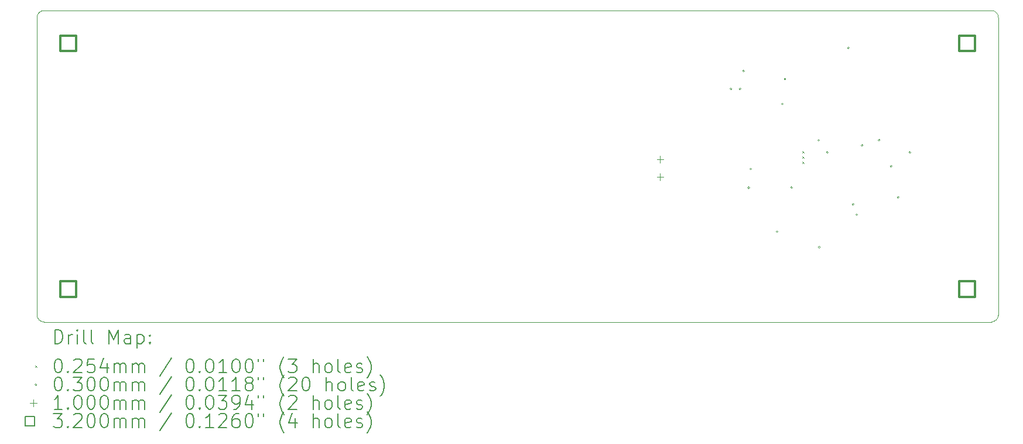
<source format=gbr>
%TF.GenerationSoftware,KiCad,Pcbnew,9.0.3*%
%TF.CreationDate,2025-08-26T18:22:23-07:00*%
%TF.ProjectId,newbatt,6e657762-6174-4742-9e6b-696361645f70,3*%
%TF.SameCoordinates,Original*%
%TF.FileFunction,Drillmap*%
%TF.FilePolarity,Positive*%
%FSLAX45Y45*%
G04 Gerber Fmt 4.5, Leading zero omitted, Abs format (unit mm)*
G04 Created by KiCad (PCBNEW 9.0.3) date 2025-08-26 18:22:23*
%MOMM*%
%LPD*%
G01*
G04 APERTURE LIST*
%ADD10C,0.050000*%
%ADD11C,0.200000*%
%ADD12C,0.100000*%
%ADD13C,0.320000*%
G04 APERTURE END LIST*
D10*
X15400000Y-5900000D02*
G75*
G02*
X15300000Y-6000000I-100000J0D01*
G01*
X1500000Y-1600000D02*
G75*
G02*
X1600000Y-1500000I100000J0D01*
G01*
X1500000Y-1600000D02*
X1500000Y-5900000D01*
X15400000Y-5900000D02*
X15400000Y-1600000D01*
X1600000Y-1500000D02*
X15300000Y-1500000D01*
X1600000Y-6000000D02*
G75*
G02*
X1500000Y-5900000I0J100000D01*
G01*
X1600000Y-6000000D02*
X15300000Y-6000000D01*
X15300000Y-1500000D02*
G75*
G02*
X15400000Y-1600000I0J-100000D01*
G01*
D11*
D12*
X12562300Y-3529820D02*
X12587700Y-3555220D01*
X12587700Y-3529820D02*
X12562300Y-3555220D01*
X12562300Y-3608560D02*
X12587700Y-3633960D01*
X12587700Y-3608560D02*
X12562300Y-3633960D01*
X12562300Y-3687300D02*
X12587700Y-3712700D01*
X12587700Y-3687300D02*
X12562300Y-3712700D01*
X11550000Y-2632500D02*
G75*
G02*
X11520000Y-2632500I-15000J0D01*
G01*
X11520000Y-2632500D02*
G75*
G02*
X11550000Y-2632500I15000J0D01*
G01*
X11680000Y-2632500D02*
G75*
G02*
X11650000Y-2632500I-15000J0D01*
G01*
X11650000Y-2632500D02*
G75*
G02*
X11680000Y-2632500I15000J0D01*
G01*
X11730000Y-2375000D02*
G75*
G02*
X11700000Y-2375000I-15000J0D01*
G01*
X11700000Y-2375000D02*
G75*
G02*
X11730000Y-2375000I15000J0D01*
G01*
X11805000Y-4060000D02*
G75*
G02*
X11775000Y-4060000I-15000J0D01*
G01*
X11775000Y-4060000D02*
G75*
G02*
X11805000Y-4060000I15000J0D01*
G01*
X11835000Y-3790000D02*
G75*
G02*
X11805000Y-3790000I-15000J0D01*
G01*
X11805000Y-3790000D02*
G75*
G02*
X11835000Y-3790000I15000J0D01*
G01*
X12215000Y-4695000D02*
G75*
G02*
X12185000Y-4695000I-15000J0D01*
G01*
X12185000Y-4695000D02*
G75*
G02*
X12215000Y-4695000I15000J0D01*
G01*
X12290000Y-2850000D02*
G75*
G02*
X12260000Y-2850000I-15000J0D01*
G01*
X12260000Y-2850000D02*
G75*
G02*
X12290000Y-2850000I15000J0D01*
G01*
X12330000Y-2490000D02*
G75*
G02*
X12300000Y-2490000I-15000J0D01*
G01*
X12300000Y-2490000D02*
G75*
G02*
X12330000Y-2490000I15000J0D01*
G01*
X12425000Y-4060000D02*
G75*
G02*
X12395000Y-4060000I-15000J0D01*
G01*
X12395000Y-4060000D02*
G75*
G02*
X12425000Y-4060000I15000J0D01*
G01*
X12815000Y-3375000D02*
G75*
G02*
X12785000Y-3375000I-15000J0D01*
G01*
X12785000Y-3375000D02*
G75*
G02*
X12815000Y-3375000I15000J0D01*
G01*
X12825000Y-4920000D02*
G75*
G02*
X12795000Y-4920000I-15000J0D01*
G01*
X12795000Y-4920000D02*
G75*
G02*
X12825000Y-4920000I15000J0D01*
G01*
X12940000Y-3550000D02*
G75*
G02*
X12910000Y-3550000I-15000J0D01*
G01*
X12910000Y-3550000D02*
G75*
G02*
X12940000Y-3550000I15000J0D01*
G01*
X13245000Y-2040000D02*
G75*
G02*
X13215000Y-2040000I-15000J0D01*
G01*
X13215000Y-2040000D02*
G75*
G02*
X13245000Y-2040000I15000J0D01*
G01*
X13315000Y-4300000D02*
G75*
G02*
X13285000Y-4300000I-15000J0D01*
G01*
X13285000Y-4300000D02*
G75*
G02*
X13315000Y-4300000I15000J0D01*
G01*
X13365000Y-4450000D02*
G75*
G02*
X13335000Y-4450000I-15000J0D01*
G01*
X13335000Y-4450000D02*
G75*
G02*
X13365000Y-4450000I15000J0D01*
G01*
X13445000Y-3450000D02*
G75*
G02*
X13415000Y-3450000I-15000J0D01*
G01*
X13415000Y-3450000D02*
G75*
G02*
X13445000Y-3450000I15000J0D01*
G01*
X13690000Y-3375000D02*
G75*
G02*
X13660000Y-3375000I-15000J0D01*
G01*
X13660000Y-3375000D02*
G75*
G02*
X13690000Y-3375000I15000J0D01*
G01*
X13865000Y-3750000D02*
G75*
G02*
X13835000Y-3750000I-15000J0D01*
G01*
X13835000Y-3750000D02*
G75*
G02*
X13865000Y-3750000I15000J0D01*
G01*
X13965000Y-4200000D02*
G75*
G02*
X13935000Y-4200000I-15000J0D01*
G01*
X13935000Y-4200000D02*
G75*
G02*
X13965000Y-4200000I15000J0D01*
G01*
X14135000Y-3550000D02*
G75*
G02*
X14105000Y-3550000I-15000J0D01*
G01*
X14105000Y-3550000D02*
G75*
G02*
X14135000Y-3550000I15000J0D01*
G01*
X10510000Y-3603500D02*
X10510000Y-3703500D01*
X10460000Y-3653500D02*
X10560000Y-3653500D01*
X10510000Y-3857500D02*
X10510000Y-3957500D01*
X10460000Y-3907500D02*
X10560000Y-3907500D01*
D13*
X2063138Y-2088138D02*
X2063138Y-1861862D01*
X1836862Y-1861862D01*
X1836862Y-2088138D01*
X2063138Y-2088138D01*
X2063138Y-5638138D02*
X2063138Y-5411862D01*
X1836862Y-5411862D01*
X1836862Y-5638138D01*
X2063138Y-5638138D01*
X15063138Y-2088138D02*
X15063138Y-1861862D01*
X14836862Y-1861862D01*
X14836862Y-2088138D01*
X15063138Y-2088138D01*
X15063138Y-5638138D02*
X15063138Y-5411862D01*
X14836862Y-5411862D01*
X14836862Y-5638138D01*
X15063138Y-5638138D01*
D11*
X1758277Y-6313984D02*
X1758277Y-6113984D01*
X1758277Y-6113984D02*
X1805896Y-6113984D01*
X1805896Y-6113984D02*
X1834467Y-6123508D01*
X1834467Y-6123508D02*
X1853515Y-6142555D01*
X1853515Y-6142555D02*
X1863039Y-6161603D01*
X1863039Y-6161603D02*
X1872562Y-6199698D01*
X1872562Y-6199698D02*
X1872562Y-6228269D01*
X1872562Y-6228269D02*
X1863039Y-6266365D01*
X1863039Y-6266365D02*
X1853515Y-6285412D01*
X1853515Y-6285412D02*
X1834467Y-6304460D01*
X1834467Y-6304460D02*
X1805896Y-6313984D01*
X1805896Y-6313984D02*
X1758277Y-6313984D01*
X1958277Y-6313984D02*
X1958277Y-6180650D01*
X1958277Y-6218746D02*
X1967801Y-6199698D01*
X1967801Y-6199698D02*
X1977324Y-6190174D01*
X1977324Y-6190174D02*
X1996372Y-6180650D01*
X1996372Y-6180650D02*
X2015420Y-6180650D01*
X2082086Y-6313984D02*
X2082086Y-6180650D01*
X2082086Y-6113984D02*
X2072562Y-6123508D01*
X2072562Y-6123508D02*
X2082086Y-6133031D01*
X2082086Y-6133031D02*
X2091610Y-6123508D01*
X2091610Y-6123508D02*
X2082086Y-6113984D01*
X2082086Y-6113984D02*
X2082086Y-6133031D01*
X2205896Y-6313984D02*
X2186848Y-6304460D01*
X2186848Y-6304460D02*
X2177324Y-6285412D01*
X2177324Y-6285412D02*
X2177324Y-6113984D01*
X2310658Y-6313984D02*
X2291610Y-6304460D01*
X2291610Y-6304460D02*
X2282086Y-6285412D01*
X2282086Y-6285412D02*
X2282086Y-6113984D01*
X2539229Y-6313984D02*
X2539229Y-6113984D01*
X2539229Y-6113984D02*
X2605896Y-6256841D01*
X2605896Y-6256841D02*
X2672563Y-6113984D01*
X2672563Y-6113984D02*
X2672563Y-6313984D01*
X2853515Y-6313984D02*
X2853515Y-6209222D01*
X2853515Y-6209222D02*
X2843991Y-6190174D01*
X2843991Y-6190174D02*
X2824943Y-6180650D01*
X2824943Y-6180650D02*
X2786848Y-6180650D01*
X2786848Y-6180650D02*
X2767801Y-6190174D01*
X2853515Y-6304460D02*
X2834467Y-6313984D01*
X2834467Y-6313984D02*
X2786848Y-6313984D01*
X2786848Y-6313984D02*
X2767801Y-6304460D01*
X2767801Y-6304460D02*
X2758277Y-6285412D01*
X2758277Y-6285412D02*
X2758277Y-6266365D01*
X2758277Y-6266365D02*
X2767801Y-6247317D01*
X2767801Y-6247317D02*
X2786848Y-6237793D01*
X2786848Y-6237793D02*
X2834467Y-6237793D01*
X2834467Y-6237793D02*
X2853515Y-6228269D01*
X2948753Y-6180650D02*
X2948753Y-6380650D01*
X2948753Y-6190174D02*
X2967801Y-6180650D01*
X2967801Y-6180650D02*
X3005896Y-6180650D01*
X3005896Y-6180650D02*
X3024943Y-6190174D01*
X3024943Y-6190174D02*
X3034467Y-6199698D01*
X3034467Y-6199698D02*
X3043991Y-6218746D01*
X3043991Y-6218746D02*
X3043991Y-6275888D01*
X3043991Y-6275888D02*
X3034467Y-6294936D01*
X3034467Y-6294936D02*
X3024943Y-6304460D01*
X3024943Y-6304460D02*
X3005896Y-6313984D01*
X3005896Y-6313984D02*
X2967801Y-6313984D01*
X2967801Y-6313984D02*
X2948753Y-6304460D01*
X3129705Y-6294936D02*
X3139229Y-6304460D01*
X3139229Y-6304460D02*
X3129705Y-6313984D01*
X3129705Y-6313984D02*
X3120182Y-6304460D01*
X3120182Y-6304460D02*
X3129705Y-6294936D01*
X3129705Y-6294936D02*
X3129705Y-6313984D01*
X3129705Y-6190174D02*
X3139229Y-6199698D01*
X3139229Y-6199698D02*
X3129705Y-6209222D01*
X3129705Y-6209222D02*
X3120182Y-6199698D01*
X3120182Y-6199698D02*
X3129705Y-6190174D01*
X3129705Y-6190174D02*
X3129705Y-6209222D01*
D12*
X1472100Y-6629800D02*
X1497500Y-6655200D01*
X1497500Y-6629800D02*
X1472100Y-6655200D01*
D11*
X1796372Y-6533984D02*
X1815420Y-6533984D01*
X1815420Y-6533984D02*
X1834467Y-6543508D01*
X1834467Y-6543508D02*
X1843991Y-6553031D01*
X1843991Y-6553031D02*
X1853515Y-6572079D01*
X1853515Y-6572079D02*
X1863039Y-6610174D01*
X1863039Y-6610174D02*
X1863039Y-6657793D01*
X1863039Y-6657793D02*
X1853515Y-6695888D01*
X1853515Y-6695888D02*
X1843991Y-6714936D01*
X1843991Y-6714936D02*
X1834467Y-6724460D01*
X1834467Y-6724460D02*
X1815420Y-6733984D01*
X1815420Y-6733984D02*
X1796372Y-6733984D01*
X1796372Y-6733984D02*
X1777324Y-6724460D01*
X1777324Y-6724460D02*
X1767801Y-6714936D01*
X1767801Y-6714936D02*
X1758277Y-6695888D01*
X1758277Y-6695888D02*
X1748753Y-6657793D01*
X1748753Y-6657793D02*
X1748753Y-6610174D01*
X1748753Y-6610174D02*
X1758277Y-6572079D01*
X1758277Y-6572079D02*
X1767801Y-6553031D01*
X1767801Y-6553031D02*
X1777324Y-6543508D01*
X1777324Y-6543508D02*
X1796372Y-6533984D01*
X1948753Y-6714936D02*
X1958277Y-6724460D01*
X1958277Y-6724460D02*
X1948753Y-6733984D01*
X1948753Y-6733984D02*
X1939229Y-6724460D01*
X1939229Y-6724460D02*
X1948753Y-6714936D01*
X1948753Y-6714936D02*
X1948753Y-6733984D01*
X2034467Y-6553031D02*
X2043991Y-6543508D01*
X2043991Y-6543508D02*
X2063039Y-6533984D01*
X2063039Y-6533984D02*
X2110658Y-6533984D01*
X2110658Y-6533984D02*
X2129705Y-6543508D01*
X2129705Y-6543508D02*
X2139229Y-6553031D01*
X2139229Y-6553031D02*
X2148753Y-6572079D01*
X2148753Y-6572079D02*
X2148753Y-6591127D01*
X2148753Y-6591127D02*
X2139229Y-6619698D01*
X2139229Y-6619698D02*
X2024943Y-6733984D01*
X2024943Y-6733984D02*
X2148753Y-6733984D01*
X2329705Y-6533984D02*
X2234467Y-6533984D01*
X2234467Y-6533984D02*
X2224944Y-6629222D01*
X2224944Y-6629222D02*
X2234467Y-6619698D01*
X2234467Y-6619698D02*
X2253515Y-6610174D01*
X2253515Y-6610174D02*
X2301134Y-6610174D01*
X2301134Y-6610174D02*
X2320182Y-6619698D01*
X2320182Y-6619698D02*
X2329705Y-6629222D01*
X2329705Y-6629222D02*
X2339229Y-6648269D01*
X2339229Y-6648269D02*
X2339229Y-6695888D01*
X2339229Y-6695888D02*
X2329705Y-6714936D01*
X2329705Y-6714936D02*
X2320182Y-6724460D01*
X2320182Y-6724460D02*
X2301134Y-6733984D01*
X2301134Y-6733984D02*
X2253515Y-6733984D01*
X2253515Y-6733984D02*
X2234467Y-6724460D01*
X2234467Y-6724460D02*
X2224944Y-6714936D01*
X2510658Y-6600650D02*
X2510658Y-6733984D01*
X2463039Y-6524460D02*
X2415420Y-6667317D01*
X2415420Y-6667317D02*
X2539229Y-6667317D01*
X2615420Y-6733984D02*
X2615420Y-6600650D01*
X2615420Y-6619698D02*
X2624944Y-6610174D01*
X2624944Y-6610174D02*
X2643991Y-6600650D01*
X2643991Y-6600650D02*
X2672563Y-6600650D01*
X2672563Y-6600650D02*
X2691610Y-6610174D01*
X2691610Y-6610174D02*
X2701134Y-6629222D01*
X2701134Y-6629222D02*
X2701134Y-6733984D01*
X2701134Y-6629222D02*
X2710658Y-6610174D01*
X2710658Y-6610174D02*
X2729705Y-6600650D01*
X2729705Y-6600650D02*
X2758277Y-6600650D01*
X2758277Y-6600650D02*
X2777325Y-6610174D01*
X2777325Y-6610174D02*
X2786848Y-6629222D01*
X2786848Y-6629222D02*
X2786848Y-6733984D01*
X2882086Y-6733984D02*
X2882086Y-6600650D01*
X2882086Y-6619698D02*
X2891610Y-6610174D01*
X2891610Y-6610174D02*
X2910658Y-6600650D01*
X2910658Y-6600650D02*
X2939229Y-6600650D01*
X2939229Y-6600650D02*
X2958277Y-6610174D01*
X2958277Y-6610174D02*
X2967801Y-6629222D01*
X2967801Y-6629222D02*
X2967801Y-6733984D01*
X2967801Y-6629222D02*
X2977324Y-6610174D01*
X2977324Y-6610174D02*
X2996372Y-6600650D01*
X2996372Y-6600650D02*
X3024943Y-6600650D01*
X3024943Y-6600650D02*
X3043991Y-6610174D01*
X3043991Y-6610174D02*
X3053515Y-6629222D01*
X3053515Y-6629222D02*
X3053515Y-6733984D01*
X3443991Y-6524460D02*
X3272563Y-6781603D01*
X3701134Y-6533984D02*
X3720182Y-6533984D01*
X3720182Y-6533984D02*
X3739229Y-6543508D01*
X3739229Y-6543508D02*
X3748753Y-6553031D01*
X3748753Y-6553031D02*
X3758277Y-6572079D01*
X3758277Y-6572079D02*
X3767801Y-6610174D01*
X3767801Y-6610174D02*
X3767801Y-6657793D01*
X3767801Y-6657793D02*
X3758277Y-6695888D01*
X3758277Y-6695888D02*
X3748753Y-6714936D01*
X3748753Y-6714936D02*
X3739229Y-6724460D01*
X3739229Y-6724460D02*
X3720182Y-6733984D01*
X3720182Y-6733984D02*
X3701134Y-6733984D01*
X3701134Y-6733984D02*
X3682086Y-6724460D01*
X3682086Y-6724460D02*
X3672563Y-6714936D01*
X3672563Y-6714936D02*
X3663039Y-6695888D01*
X3663039Y-6695888D02*
X3653515Y-6657793D01*
X3653515Y-6657793D02*
X3653515Y-6610174D01*
X3653515Y-6610174D02*
X3663039Y-6572079D01*
X3663039Y-6572079D02*
X3672563Y-6553031D01*
X3672563Y-6553031D02*
X3682086Y-6543508D01*
X3682086Y-6543508D02*
X3701134Y-6533984D01*
X3853515Y-6714936D02*
X3863039Y-6724460D01*
X3863039Y-6724460D02*
X3853515Y-6733984D01*
X3853515Y-6733984D02*
X3843991Y-6724460D01*
X3843991Y-6724460D02*
X3853515Y-6714936D01*
X3853515Y-6714936D02*
X3853515Y-6733984D01*
X3986848Y-6533984D02*
X4005896Y-6533984D01*
X4005896Y-6533984D02*
X4024944Y-6543508D01*
X4024944Y-6543508D02*
X4034467Y-6553031D01*
X4034467Y-6553031D02*
X4043991Y-6572079D01*
X4043991Y-6572079D02*
X4053515Y-6610174D01*
X4053515Y-6610174D02*
X4053515Y-6657793D01*
X4053515Y-6657793D02*
X4043991Y-6695888D01*
X4043991Y-6695888D02*
X4034467Y-6714936D01*
X4034467Y-6714936D02*
X4024944Y-6724460D01*
X4024944Y-6724460D02*
X4005896Y-6733984D01*
X4005896Y-6733984D02*
X3986848Y-6733984D01*
X3986848Y-6733984D02*
X3967801Y-6724460D01*
X3967801Y-6724460D02*
X3958277Y-6714936D01*
X3958277Y-6714936D02*
X3948753Y-6695888D01*
X3948753Y-6695888D02*
X3939229Y-6657793D01*
X3939229Y-6657793D02*
X3939229Y-6610174D01*
X3939229Y-6610174D02*
X3948753Y-6572079D01*
X3948753Y-6572079D02*
X3958277Y-6553031D01*
X3958277Y-6553031D02*
X3967801Y-6543508D01*
X3967801Y-6543508D02*
X3986848Y-6533984D01*
X4243991Y-6733984D02*
X4129706Y-6733984D01*
X4186848Y-6733984D02*
X4186848Y-6533984D01*
X4186848Y-6533984D02*
X4167801Y-6562555D01*
X4167801Y-6562555D02*
X4148753Y-6581603D01*
X4148753Y-6581603D02*
X4129706Y-6591127D01*
X4367801Y-6533984D02*
X4386849Y-6533984D01*
X4386849Y-6533984D02*
X4405896Y-6543508D01*
X4405896Y-6543508D02*
X4415420Y-6553031D01*
X4415420Y-6553031D02*
X4424944Y-6572079D01*
X4424944Y-6572079D02*
X4434468Y-6610174D01*
X4434468Y-6610174D02*
X4434468Y-6657793D01*
X4434468Y-6657793D02*
X4424944Y-6695888D01*
X4424944Y-6695888D02*
X4415420Y-6714936D01*
X4415420Y-6714936D02*
X4405896Y-6724460D01*
X4405896Y-6724460D02*
X4386849Y-6733984D01*
X4386849Y-6733984D02*
X4367801Y-6733984D01*
X4367801Y-6733984D02*
X4348753Y-6724460D01*
X4348753Y-6724460D02*
X4339229Y-6714936D01*
X4339229Y-6714936D02*
X4329706Y-6695888D01*
X4329706Y-6695888D02*
X4320182Y-6657793D01*
X4320182Y-6657793D02*
X4320182Y-6610174D01*
X4320182Y-6610174D02*
X4329706Y-6572079D01*
X4329706Y-6572079D02*
X4339229Y-6553031D01*
X4339229Y-6553031D02*
X4348753Y-6543508D01*
X4348753Y-6543508D02*
X4367801Y-6533984D01*
X4558277Y-6533984D02*
X4577325Y-6533984D01*
X4577325Y-6533984D02*
X4596372Y-6543508D01*
X4596372Y-6543508D02*
X4605896Y-6553031D01*
X4605896Y-6553031D02*
X4615420Y-6572079D01*
X4615420Y-6572079D02*
X4624944Y-6610174D01*
X4624944Y-6610174D02*
X4624944Y-6657793D01*
X4624944Y-6657793D02*
X4615420Y-6695888D01*
X4615420Y-6695888D02*
X4605896Y-6714936D01*
X4605896Y-6714936D02*
X4596372Y-6724460D01*
X4596372Y-6724460D02*
X4577325Y-6733984D01*
X4577325Y-6733984D02*
X4558277Y-6733984D01*
X4558277Y-6733984D02*
X4539229Y-6724460D01*
X4539229Y-6724460D02*
X4529706Y-6714936D01*
X4529706Y-6714936D02*
X4520182Y-6695888D01*
X4520182Y-6695888D02*
X4510658Y-6657793D01*
X4510658Y-6657793D02*
X4510658Y-6610174D01*
X4510658Y-6610174D02*
X4520182Y-6572079D01*
X4520182Y-6572079D02*
X4529706Y-6553031D01*
X4529706Y-6553031D02*
X4539229Y-6543508D01*
X4539229Y-6543508D02*
X4558277Y-6533984D01*
X4701134Y-6533984D02*
X4701134Y-6572079D01*
X4777325Y-6533984D02*
X4777325Y-6572079D01*
X5072563Y-6810174D02*
X5063039Y-6800650D01*
X5063039Y-6800650D02*
X5043991Y-6772079D01*
X5043991Y-6772079D02*
X5034468Y-6753031D01*
X5034468Y-6753031D02*
X5024944Y-6724460D01*
X5024944Y-6724460D02*
X5015420Y-6676841D01*
X5015420Y-6676841D02*
X5015420Y-6638746D01*
X5015420Y-6638746D02*
X5024944Y-6591127D01*
X5024944Y-6591127D02*
X5034468Y-6562555D01*
X5034468Y-6562555D02*
X5043991Y-6543508D01*
X5043991Y-6543508D02*
X5063039Y-6514936D01*
X5063039Y-6514936D02*
X5072563Y-6505412D01*
X5129706Y-6533984D02*
X5253515Y-6533984D01*
X5253515Y-6533984D02*
X5186849Y-6610174D01*
X5186849Y-6610174D02*
X5215420Y-6610174D01*
X5215420Y-6610174D02*
X5234468Y-6619698D01*
X5234468Y-6619698D02*
X5243991Y-6629222D01*
X5243991Y-6629222D02*
X5253515Y-6648269D01*
X5253515Y-6648269D02*
X5253515Y-6695888D01*
X5253515Y-6695888D02*
X5243991Y-6714936D01*
X5243991Y-6714936D02*
X5234468Y-6724460D01*
X5234468Y-6724460D02*
X5215420Y-6733984D01*
X5215420Y-6733984D02*
X5158277Y-6733984D01*
X5158277Y-6733984D02*
X5139230Y-6724460D01*
X5139230Y-6724460D02*
X5129706Y-6714936D01*
X5491611Y-6733984D02*
X5491611Y-6533984D01*
X5577325Y-6733984D02*
X5577325Y-6629222D01*
X5577325Y-6629222D02*
X5567801Y-6610174D01*
X5567801Y-6610174D02*
X5548753Y-6600650D01*
X5548753Y-6600650D02*
X5520182Y-6600650D01*
X5520182Y-6600650D02*
X5501134Y-6610174D01*
X5501134Y-6610174D02*
X5491611Y-6619698D01*
X5701134Y-6733984D02*
X5682087Y-6724460D01*
X5682087Y-6724460D02*
X5672563Y-6714936D01*
X5672563Y-6714936D02*
X5663039Y-6695888D01*
X5663039Y-6695888D02*
X5663039Y-6638746D01*
X5663039Y-6638746D02*
X5672563Y-6619698D01*
X5672563Y-6619698D02*
X5682087Y-6610174D01*
X5682087Y-6610174D02*
X5701134Y-6600650D01*
X5701134Y-6600650D02*
X5729706Y-6600650D01*
X5729706Y-6600650D02*
X5748753Y-6610174D01*
X5748753Y-6610174D02*
X5758277Y-6619698D01*
X5758277Y-6619698D02*
X5767801Y-6638746D01*
X5767801Y-6638746D02*
X5767801Y-6695888D01*
X5767801Y-6695888D02*
X5758277Y-6714936D01*
X5758277Y-6714936D02*
X5748753Y-6724460D01*
X5748753Y-6724460D02*
X5729706Y-6733984D01*
X5729706Y-6733984D02*
X5701134Y-6733984D01*
X5882087Y-6733984D02*
X5863039Y-6724460D01*
X5863039Y-6724460D02*
X5853515Y-6705412D01*
X5853515Y-6705412D02*
X5853515Y-6533984D01*
X6034468Y-6724460D02*
X6015420Y-6733984D01*
X6015420Y-6733984D02*
X5977325Y-6733984D01*
X5977325Y-6733984D02*
X5958277Y-6724460D01*
X5958277Y-6724460D02*
X5948753Y-6705412D01*
X5948753Y-6705412D02*
X5948753Y-6629222D01*
X5948753Y-6629222D02*
X5958277Y-6610174D01*
X5958277Y-6610174D02*
X5977325Y-6600650D01*
X5977325Y-6600650D02*
X6015420Y-6600650D01*
X6015420Y-6600650D02*
X6034468Y-6610174D01*
X6034468Y-6610174D02*
X6043991Y-6629222D01*
X6043991Y-6629222D02*
X6043991Y-6648269D01*
X6043991Y-6648269D02*
X5948753Y-6667317D01*
X6120182Y-6724460D02*
X6139230Y-6733984D01*
X6139230Y-6733984D02*
X6177325Y-6733984D01*
X6177325Y-6733984D02*
X6196372Y-6724460D01*
X6196372Y-6724460D02*
X6205896Y-6705412D01*
X6205896Y-6705412D02*
X6205896Y-6695888D01*
X6205896Y-6695888D02*
X6196372Y-6676841D01*
X6196372Y-6676841D02*
X6177325Y-6667317D01*
X6177325Y-6667317D02*
X6148753Y-6667317D01*
X6148753Y-6667317D02*
X6129706Y-6657793D01*
X6129706Y-6657793D02*
X6120182Y-6638746D01*
X6120182Y-6638746D02*
X6120182Y-6629222D01*
X6120182Y-6629222D02*
X6129706Y-6610174D01*
X6129706Y-6610174D02*
X6148753Y-6600650D01*
X6148753Y-6600650D02*
X6177325Y-6600650D01*
X6177325Y-6600650D02*
X6196372Y-6610174D01*
X6272563Y-6810174D02*
X6282087Y-6800650D01*
X6282087Y-6800650D02*
X6301134Y-6772079D01*
X6301134Y-6772079D02*
X6310658Y-6753031D01*
X6310658Y-6753031D02*
X6320182Y-6724460D01*
X6320182Y-6724460D02*
X6329706Y-6676841D01*
X6329706Y-6676841D02*
X6329706Y-6638746D01*
X6329706Y-6638746D02*
X6320182Y-6591127D01*
X6320182Y-6591127D02*
X6310658Y-6562555D01*
X6310658Y-6562555D02*
X6301134Y-6543508D01*
X6301134Y-6543508D02*
X6282087Y-6514936D01*
X6282087Y-6514936D02*
X6272563Y-6505412D01*
D12*
X1497500Y-6906500D02*
G75*
G02*
X1467500Y-6906500I-15000J0D01*
G01*
X1467500Y-6906500D02*
G75*
G02*
X1497500Y-6906500I15000J0D01*
G01*
D11*
X1796372Y-6797984D02*
X1815420Y-6797984D01*
X1815420Y-6797984D02*
X1834467Y-6807508D01*
X1834467Y-6807508D02*
X1843991Y-6817031D01*
X1843991Y-6817031D02*
X1853515Y-6836079D01*
X1853515Y-6836079D02*
X1863039Y-6874174D01*
X1863039Y-6874174D02*
X1863039Y-6921793D01*
X1863039Y-6921793D02*
X1853515Y-6959888D01*
X1853515Y-6959888D02*
X1843991Y-6978936D01*
X1843991Y-6978936D02*
X1834467Y-6988460D01*
X1834467Y-6988460D02*
X1815420Y-6997984D01*
X1815420Y-6997984D02*
X1796372Y-6997984D01*
X1796372Y-6997984D02*
X1777324Y-6988460D01*
X1777324Y-6988460D02*
X1767801Y-6978936D01*
X1767801Y-6978936D02*
X1758277Y-6959888D01*
X1758277Y-6959888D02*
X1748753Y-6921793D01*
X1748753Y-6921793D02*
X1748753Y-6874174D01*
X1748753Y-6874174D02*
X1758277Y-6836079D01*
X1758277Y-6836079D02*
X1767801Y-6817031D01*
X1767801Y-6817031D02*
X1777324Y-6807508D01*
X1777324Y-6807508D02*
X1796372Y-6797984D01*
X1948753Y-6978936D02*
X1958277Y-6988460D01*
X1958277Y-6988460D02*
X1948753Y-6997984D01*
X1948753Y-6997984D02*
X1939229Y-6988460D01*
X1939229Y-6988460D02*
X1948753Y-6978936D01*
X1948753Y-6978936D02*
X1948753Y-6997984D01*
X2024943Y-6797984D02*
X2148753Y-6797984D01*
X2148753Y-6797984D02*
X2082086Y-6874174D01*
X2082086Y-6874174D02*
X2110658Y-6874174D01*
X2110658Y-6874174D02*
X2129705Y-6883698D01*
X2129705Y-6883698D02*
X2139229Y-6893222D01*
X2139229Y-6893222D02*
X2148753Y-6912269D01*
X2148753Y-6912269D02*
X2148753Y-6959888D01*
X2148753Y-6959888D02*
X2139229Y-6978936D01*
X2139229Y-6978936D02*
X2129705Y-6988460D01*
X2129705Y-6988460D02*
X2110658Y-6997984D01*
X2110658Y-6997984D02*
X2053515Y-6997984D01*
X2053515Y-6997984D02*
X2034467Y-6988460D01*
X2034467Y-6988460D02*
X2024943Y-6978936D01*
X2272563Y-6797984D02*
X2291610Y-6797984D01*
X2291610Y-6797984D02*
X2310658Y-6807508D01*
X2310658Y-6807508D02*
X2320182Y-6817031D01*
X2320182Y-6817031D02*
X2329705Y-6836079D01*
X2329705Y-6836079D02*
X2339229Y-6874174D01*
X2339229Y-6874174D02*
X2339229Y-6921793D01*
X2339229Y-6921793D02*
X2329705Y-6959888D01*
X2329705Y-6959888D02*
X2320182Y-6978936D01*
X2320182Y-6978936D02*
X2310658Y-6988460D01*
X2310658Y-6988460D02*
X2291610Y-6997984D01*
X2291610Y-6997984D02*
X2272563Y-6997984D01*
X2272563Y-6997984D02*
X2253515Y-6988460D01*
X2253515Y-6988460D02*
X2243991Y-6978936D01*
X2243991Y-6978936D02*
X2234467Y-6959888D01*
X2234467Y-6959888D02*
X2224944Y-6921793D01*
X2224944Y-6921793D02*
X2224944Y-6874174D01*
X2224944Y-6874174D02*
X2234467Y-6836079D01*
X2234467Y-6836079D02*
X2243991Y-6817031D01*
X2243991Y-6817031D02*
X2253515Y-6807508D01*
X2253515Y-6807508D02*
X2272563Y-6797984D01*
X2463039Y-6797984D02*
X2482086Y-6797984D01*
X2482086Y-6797984D02*
X2501134Y-6807508D01*
X2501134Y-6807508D02*
X2510658Y-6817031D01*
X2510658Y-6817031D02*
X2520182Y-6836079D01*
X2520182Y-6836079D02*
X2529705Y-6874174D01*
X2529705Y-6874174D02*
X2529705Y-6921793D01*
X2529705Y-6921793D02*
X2520182Y-6959888D01*
X2520182Y-6959888D02*
X2510658Y-6978936D01*
X2510658Y-6978936D02*
X2501134Y-6988460D01*
X2501134Y-6988460D02*
X2482086Y-6997984D01*
X2482086Y-6997984D02*
X2463039Y-6997984D01*
X2463039Y-6997984D02*
X2443991Y-6988460D01*
X2443991Y-6988460D02*
X2434467Y-6978936D01*
X2434467Y-6978936D02*
X2424944Y-6959888D01*
X2424944Y-6959888D02*
X2415420Y-6921793D01*
X2415420Y-6921793D02*
X2415420Y-6874174D01*
X2415420Y-6874174D02*
X2424944Y-6836079D01*
X2424944Y-6836079D02*
X2434467Y-6817031D01*
X2434467Y-6817031D02*
X2443991Y-6807508D01*
X2443991Y-6807508D02*
X2463039Y-6797984D01*
X2615420Y-6997984D02*
X2615420Y-6864650D01*
X2615420Y-6883698D02*
X2624944Y-6874174D01*
X2624944Y-6874174D02*
X2643991Y-6864650D01*
X2643991Y-6864650D02*
X2672563Y-6864650D01*
X2672563Y-6864650D02*
X2691610Y-6874174D01*
X2691610Y-6874174D02*
X2701134Y-6893222D01*
X2701134Y-6893222D02*
X2701134Y-6997984D01*
X2701134Y-6893222D02*
X2710658Y-6874174D01*
X2710658Y-6874174D02*
X2729705Y-6864650D01*
X2729705Y-6864650D02*
X2758277Y-6864650D01*
X2758277Y-6864650D02*
X2777325Y-6874174D01*
X2777325Y-6874174D02*
X2786848Y-6893222D01*
X2786848Y-6893222D02*
X2786848Y-6997984D01*
X2882086Y-6997984D02*
X2882086Y-6864650D01*
X2882086Y-6883698D02*
X2891610Y-6874174D01*
X2891610Y-6874174D02*
X2910658Y-6864650D01*
X2910658Y-6864650D02*
X2939229Y-6864650D01*
X2939229Y-6864650D02*
X2958277Y-6874174D01*
X2958277Y-6874174D02*
X2967801Y-6893222D01*
X2967801Y-6893222D02*
X2967801Y-6997984D01*
X2967801Y-6893222D02*
X2977324Y-6874174D01*
X2977324Y-6874174D02*
X2996372Y-6864650D01*
X2996372Y-6864650D02*
X3024943Y-6864650D01*
X3024943Y-6864650D02*
X3043991Y-6874174D01*
X3043991Y-6874174D02*
X3053515Y-6893222D01*
X3053515Y-6893222D02*
X3053515Y-6997984D01*
X3443991Y-6788460D02*
X3272563Y-7045603D01*
X3701134Y-6797984D02*
X3720182Y-6797984D01*
X3720182Y-6797984D02*
X3739229Y-6807508D01*
X3739229Y-6807508D02*
X3748753Y-6817031D01*
X3748753Y-6817031D02*
X3758277Y-6836079D01*
X3758277Y-6836079D02*
X3767801Y-6874174D01*
X3767801Y-6874174D02*
X3767801Y-6921793D01*
X3767801Y-6921793D02*
X3758277Y-6959888D01*
X3758277Y-6959888D02*
X3748753Y-6978936D01*
X3748753Y-6978936D02*
X3739229Y-6988460D01*
X3739229Y-6988460D02*
X3720182Y-6997984D01*
X3720182Y-6997984D02*
X3701134Y-6997984D01*
X3701134Y-6997984D02*
X3682086Y-6988460D01*
X3682086Y-6988460D02*
X3672563Y-6978936D01*
X3672563Y-6978936D02*
X3663039Y-6959888D01*
X3663039Y-6959888D02*
X3653515Y-6921793D01*
X3653515Y-6921793D02*
X3653515Y-6874174D01*
X3653515Y-6874174D02*
X3663039Y-6836079D01*
X3663039Y-6836079D02*
X3672563Y-6817031D01*
X3672563Y-6817031D02*
X3682086Y-6807508D01*
X3682086Y-6807508D02*
X3701134Y-6797984D01*
X3853515Y-6978936D02*
X3863039Y-6988460D01*
X3863039Y-6988460D02*
X3853515Y-6997984D01*
X3853515Y-6997984D02*
X3843991Y-6988460D01*
X3843991Y-6988460D02*
X3853515Y-6978936D01*
X3853515Y-6978936D02*
X3853515Y-6997984D01*
X3986848Y-6797984D02*
X4005896Y-6797984D01*
X4005896Y-6797984D02*
X4024944Y-6807508D01*
X4024944Y-6807508D02*
X4034467Y-6817031D01*
X4034467Y-6817031D02*
X4043991Y-6836079D01*
X4043991Y-6836079D02*
X4053515Y-6874174D01*
X4053515Y-6874174D02*
X4053515Y-6921793D01*
X4053515Y-6921793D02*
X4043991Y-6959888D01*
X4043991Y-6959888D02*
X4034467Y-6978936D01*
X4034467Y-6978936D02*
X4024944Y-6988460D01*
X4024944Y-6988460D02*
X4005896Y-6997984D01*
X4005896Y-6997984D02*
X3986848Y-6997984D01*
X3986848Y-6997984D02*
X3967801Y-6988460D01*
X3967801Y-6988460D02*
X3958277Y-6978936D01*
X3958277Y-6978936D02*
X3948753Y-6959888D01*
X3948753Y-6959888D02*
X3939229Y-6921793D01*
X3939229Y-6921793D02*
X3939229Y-6874174D01*
X3939229Y-6874174D02*
X3948753Y-6836079D01*
X3948753Y-6836079D02*
X3958277Y-6817031D01*
X3958277Y-6817031D02*
X3967801Y-6807508D01*
X3967801Y-6807508D02*
X3986848Y-6797984D01*
X4243991Y-6997984D02*
X4129706Y-6997984D01*
X4186848Y-6997984D02*
X4186848Y-6797984D01*
X4186848Y-6797984D02*
X4167801Y-6826555D01*
X4167801Y-6826555D02*
X4148753Y-6845603D01*
X4148753Y-6845603D02*
X4129706Y-6855127D01*
X4434468Y-6997984D02*
X4320182Y-6997984D01*
X4377325Y-6997984D02*
X4377325Y-6797984D01*
X4377325Y-6797984D02*
X4358277Y-6826555D01*
X4358277Y-6826555D02*
X4339229Y-6845603D01*
X4339229Y-6845603D02*
X4320182Y-6855127D01*
X4548753Y-6883698D02*
X4529706Y-6874174D01*
X4529706Y-6874174D02*
X4520182Y-6864650D01*
X4520182Y-6864650D02*
X4510658Y-6845603D01*
X4510658Y-6845603D02*
X4510658Y-6836079D01*
X4510658Y-6836079D02*
X4520182Y-6817031D01*
X4520182Y-6817031D02*
X4529706Y-6807508D01*
X4529706Y-6807508D02*
X4548753Y-6797984D01*
X4548753Y-6797984D02*
X4586849Y-6797984D01*
X4586849Y-6797984D02*
X4605896Y-6807508D01*
X4605896Y-6807508D02*
X4615420Y-6817031D01*
X4615420Y-6817031D02*
X4624944Y-6836079D01*
X4624944Y-6836079D02*
X4624944Y-6845603D01*
X4624944Y-6845603D02*
X4615420Y-6864650D01*
X4615420Y-6864650D02*
X4605896Y-6874174D01*
X4605896Y-6874174D02*
X4586849Y-6883698D01*
X4586849Y-6883698D02*
X4548753Y-6883698D01*
X4548753Y-6883698D02*
X4529706Y-6893222D01*
X4529706Y-6893222D02*
X4520182Y-6902746D01*
X4520182Y-6902746D02*
X4510658Y-6921793D01*
X4510658Y-6921793D02*
X4510658Y-6959888D01*
X4510658Y-6959888D02*
X4520182Y-6978936D01*
X4520182Y-6978936D02*
X4529706Y-6988460D01*
X4529706Y-6988460D02*
X4548753Y-6997984D01*
X4548753Y-6997984D02*
X4586849Y-6997984D01*
X4586849Y-6997984D02*
X4605896Y-6988460D01*
X4605896Y-6988460D02*
X4615420Y-6978936D01*
X4615420Y-6978936D02*
X4624944Y-6959888D01*
X4624944Y-6959888D02*
X4624944Y-6921793D01*
X4624944Y-6921793D02*
X4615420Y-6902746D01*
X4615420Y-6902746D02*
X4605896Y-6893222D01*
X4605896Y-6893222D02*
X4586849Y-6883698D01*
X4701134Y-6797984D02*
X4701134Y-6836079D01*
X4777325Y-6797984D02*
X4777325Y-6836079D01*
X5072563Y-7074174D02*
X5063039Y-7064650D01*
X5063039Y-7064650D02*
X5043991Y-7036079D01*
X5043991Y-7036079D02*
X5034468Y-7017031D01*
X5034468Y-7017031D02*
X5024944Y-6988460D01*
X5024944Y-6988460D02*
X5015420Y-6940841D01*
X5015420Y-6940841D02*
X5015420Y-6902746D01*
X5015420Y-6902746D02*
X5024944Y-6855127D01*
X5024944Y-6855127D02*
X5034468Y-6826555D01*
X5034468Y-6826555D02*
X5043991Y-6807508D01*
X5043991Y-6807508D02*
X5063039Y-6778936D01*
X5063039Y-6778936D02*
X5072563Y-6769412D01*
X5139230Y-6817031D02*
X5148753Y-6807508D01*
X5148753Y-6807508D02*
X5167801Y-6797984D01*
X5167801Y-6797984D02*
X5215420Y-6797984D01*
X5215420Y-6797984D02*
X5234468Y-6807508D01*
X5234468Y-6807508D02*
X5243991Y-6817031D01*
X5243991Y-6817031D02*
X5253515Y-6836079D01*
X5253515Y-6836079D02*
X5253515Y-6855127D01*
X5253515Y-6855127D02*
X5243991Y-6883698D01*
X5243991Y-6883698D02*
X5129706Y-6997984D01*
X5129706Y-6997984D02*
X5253515Y-6997984D01*
X5377325Y-6797984D02*
X5396372Y-6797984D01*
X5396372Y-6797984D02*
X5415420Y-6807508D01*
X5415420Y-6807508D02*
X5424944Y-6817031D01*
X5424944Y-6817031D02*
X5434468Y-6836079D01*
X5434468Y-6836079D02*
X5443991Y-6874174D01*
X5443991Y-6874174D02*
X5443991Y-6921793D01*
X5443991Y-6921793D02*
X5434468Y-6959888D01*
X5434468Y-6959888D02*
X5424944Y-6978936D01*
X5424944Y-6978936D02*
X5415420Y-6988460D01*
X5415420Y-6988460D02*
X5396372Y-6997984D01*
X5396372Y-6997984D02*
X5377325Y-6997984D01*
X5377325Y-6997984D02*
X5358277Y-6988460D01*
X5358277Y-6988460D02*
X5348753Y-6978936D01*
X5348753Y-6978936D02*
X5339230Y-6959888D01*
X5339230Y-6959888D02*
X5329706Y-6921793D01*
X5329706Y-6921793D02*
X5329706Y-6874174D01*
X5329706Y-6874174D02*
X5339230Y-6836079D01*
X5339230Y-6836079D02*
X5348753Y-6817031D01*
X5348753Y-6817031D02*
X5358277Y-6807508D01*
X5358277Y-6807508D02*
X5377325Y-6797984D01*
X5682087Y-6997984D02*
X5682087Y-6797984D01*
X5767801Y-6997984D02*
X5767801Y-6893222D01*
X5767801Y-6893222D02*
X5758277Y-6874174D01*
X5758277Y-6874174D02*
X5739230Y-6864650D01*
X5739230Y-6864650D02*
X5710658Y-6864650D01*
X5710658Y-6864650D02*
X5691610Y-6874174D01*
X5691610Y-6874174D02*
X5682087Y-6883698D01*
X5891610Y-6997984D02*
X5872563Y-6988460D01*
X5872563Y-6988460D02*
X5863039Y-6978936D01*
X5863039Y-6978936D02*
X5853515Y-6959888D01*
X5853515Y-6959888D02*
X5853515Y-6902746D01*
X5853515Y-6902746D02*
X5863039Y-6883698D01*
X5863039Y-6883698D02*
X5872563Y-6874174D01*
X5872563Y-6874174D02*
X5891610Y-6864650D01*
X5891610Y-6864650D02*
X5920182Y-6864650D01*
X5920182Y-6864650D02*
X5939230Y-6874174D01*
X5939230Y-6874174D02*
X5948753Y-6883698D01*
X5948753Y-6883698D02*
X5958277Y-6902746D01*
X5958277Y-6902746D02*
X5958277Y-6959888D01*
X5958277Y-6959888D02*
X5948753Y-6978936D01*
X5948753Y-6978936D02*
X5939230Y-6988460D01*
X5939230Y-6988460D02*
X5920182Y-6997984D01*
X5920182Y-6997984D02*
X5891610Y-6997984D01*
X6072563Y-6997984D02*
X6053515Y-6988460D01*
X6053515Y-6988460D02*
X6043991Y-6969412D01*
X6043991Y-6969412D02*
X6043991Y-6797984D01*
X6224944Y-6988460D02*
X6205896Y-6997984D01*
X6205896Y-6997984D02*
X6167801Y-6997984D01*
X6167801Y-6997984D02*
X6148753Y-6988460D01*
X6148753Y-6988460D02*
X6139230Y-6969412D01*
X6139230Y-6969412D02*
X6139230Y-6893222D01*
X6139230Y-6893222D02*
X6148753Y-6874174D01*
X6148753Y-6874174D02*
X6167801Y-6864650D01*
X6167801Y-6864650D02*
X6205896Y-6864650D01*
X6205896Y-6864650D02*
X6224944Y-6874174D01*
X6224944Y-6874174D02*
X6234468Y-6893222D01*
X6234468Y-6893222D02*
X6234468Y-6912269D01*
X6234468Y-6912269D02*
X6139230Y-6931317D01*
X6310658Y-6988460D02*
X6329706Y-6997984D01*
X6329706Y-6997984D02*
X6367801Y-6997984D01*
X6367801Y-6997984D02*
X6386849Y-6988460D01*
X6386849Y-6988460D02*
X6396372Y-6969412D01*
X6396372Y-6969412D02*
X6396372Y-6959888D01*
X6396372Y-6959888D02*
X6386849Y-6940841D01*
X6386849Y-6940841D02*
X6367801Y-6931317D01*
X6367801Y-6931317D02*
X6339230Y-6931317D01*
X6339230Y-6931317D02*
X6320182Y-6921793D01*
X6320182Y-6921793D02*
X6310658Y-6902746D01*
X6310658Y-6902746D02*
X6310658Y-6893222D01*
X6310658Y-6893222D02*
X6320182Y-6874174D01*
X6320182Y-6874174D02*
X6339230Y-6864650D01*
X6339230Y-6864650D02*
X6367801Y-6864650D01*
X6367801Y-6864650D02*
X6386849Y-6874174D01*
X6463039Y-7074174D02*
X6472563Y-7064650D01*
X6472563Y-7064650D02*
X6491611Y-7036079D01*
X6491611Y-7036079D02*
X6501134Y-7017031D01*
X6501134Y-7017031D02*
X6510658Y-6988460D01*
X6510658Y-6988460D02*
X6520182Y-6940841D01*
X6520182Y-6940841D02*
X6520182Y-6902746D01*
X6520182Y-6902746D02*
X6510658Y-6855127D01*
X6510658Y-6855127D02*
X6501134Y-6826555D01*
X6501134Y-6826555D02*
X6491611Y-6807508D01*
X6491611Y-6807508D02*
X6472563Y-6778936D01*
X6472563Y-6778936D02*
X6463039Y-6769412D01*
D12*
X1447500Y-7120500D02*
X1447500Y-7220500D01*
X1397500Y-7170500D02*
X1497500Y-7170500D01*
D11*
X1863039Y-7261984D02*
X1748753Y-7261984D01*
X1805896Y-7261984D02*
X1805896Y-7061984D01*
X1805896Y-7061984D02*
X1786848Y-7090555D01*
X1786848Y-7090555D02*
X1767801Y-7109603D01*
X1767801Y-7109603D02*
X1748753Y-7119127D01*
X1948753Y-7242936D02*
X1958277Y-7252460D01*
X1958277Y-7252460D02*
X1948753Y-7261984D01*
X1948753Y-7261984D02*
X1939229Y-7252460D01*
X1939229Y-7252460D02*
X1948753Y-7242936D01*
X1948753Y-7242936D02*
X1948753Y-7261984D01*
X2082086Y-7061984D02*
X2101134Y-7061984D01*
X2101134Y-7061984D02*
X2120182Y-7071508D01*
X2120182Y-7071508D02*
X2129705Y-7081031D01*
X2129705Y-7081031D02*
X2139229Y-7100079D01*
X2139229Y-7100079D02*
X2148753Y-7138174D01*
X2148753Y-7138174D02*
X2148753Y-7185793D01*
X2148753Y-7185793D02*
X2139229Y-7223888D01*
X2139229Y-7223888D02*
X2129705Y-7242936D01*
X2129705Y-7242936D02*
X2120182Y-7252460D01*
X2120182Y-7252460D02*
X2101134Y-7261984D01*
X2101134Y-7261984D02*
X2082086Y-7261984D01*
X2082086Y-7261984D02*
X2063039Y-7252460D01*
X2063039Y-7252460D02*
X2053515Y-7242936D01*
X2053515Y-7242936D02*
X2043991Y-7223888D01*
X2043991Y-7223888D02*
X2034467Y-7185793D01*
X2034467Y-7185793D02*
X2034467Y-7138174D01*
X2034467Y-7138174D02*
X2043991Y-7100079D01*
X2043991Y-7100079D02*
X2053515Y-7081031D01*
X2053515Y-7081031D02*
X2063039Y-7071508D01*
X2063039Y-7071508D02*
X2082086Y-7061984D01*
X2272563Y-7061984D02*
X2291610Y-7061984D01*
X2291610Y-7061984D02*
X2310658Y-7071508D01*
X2310658Y-7071508D02*
X2320182Y-7081031D01*
X2320182Y-7081031D02*
X2329705Y-7100079D01*
X2329705Y-7100079D02*
X2339229Y-7138174D01*
X2339229Y-7138174D02*
X2339229Y-7185793D01*
X2339229Y-7185793D02*
X2329705Y-7223888D01*
X2329705Y-7223888D02*
X2320182Y-7242936D01*
X2320182Y-7242936D02*
X2310658Y-7252460D01*
X2310658Y-7252460D02*
X2291610Y-7261984D01*
X2291610Y-7261984D02*
X2272563Y-7261984D01*
X2272563Y-7261984D02*
X2253515Y-7252460D01*
X2253515Y-7252460D02*
X2243991Y-7242936D01*
X2243991Y-7242936D02*
X2234467Y-7223888D01*
X2234467Y-7223888D02*
X2224944Y-7185793D01*
X2224944Y-7185793D02*
X2224944Y-7138174D01*
X2224944Y-7138174D02*
X2234467Y-7100079D01*
X2234467Y-7100079D02*
X2243991Y-7081031D01*
X2243991Y-7081031D02*
X2253515Y-7071508D01*
X2253515Y-7071508D02*
X2272563Y-7061984D01*
X2463039Y-7061984D02*
X2482086Y-7061984D01*
X2482086Y-7061984D02*
X2501134Y-7071508D01*
X2501134Y-7071508D02*
X2510658Y-7081031D01*
X2510658Y-7081031D02*
X2520182Y-7100079D01*
X2520182Y-7100079D02*
X2529705Y-7138174D01*
X2529705Y-7138174D02*
X2529705Y-7185793D01*
X2529705Y-7185793D02*
X2520182Y-7223888D01*
X2520182Y-7223888D02*
X2510658Y-7242936D01*
X2510658Y-7242936D02*
X2501134Y-7252460D01*
X2501134Y-7252460D02*
X2482086Y-7261984D01*
X2482086Y-7261984D02*
X2463039Y-7261984D01*
X2463039Y-7261984D02*
X2443991Y-7252460D01*
X2443991Y-7252460D02*
X2434467Y-7242936D01*
X2434467Y-7242936D02*
X2424944Y-7223888D01*
X2424944Y-7223888D02*
X2415420Y-7185793D01*
X2415420Y-7185793D02*
X2415420Y-7138174D01*
X2415420Y-7138174D02*
X2424944Y-7100079D01*
X2424944Y-7100079D02*
X2434467Y-7081031D01*
X2434467Y-7081031D02*
X2443991Y-7071508D01*
X2443991Y-7071508D02*
X2463039Y-7061984D01*
X2615420Y-7261984D02*
X2615420Y-7128650D01*
X2615420Y-7147698D02*
X2624944Y-7138174D01*
X2624944Y-7138174D02*
X2643991Y-7128650D01*
X2643991Y-7128650D02*
X2672563Y-7128650D01*
X2672563Y-7128650D02*
X2691610Y-7138174D01*
X2691610Y-7138174D02*
X2701134Y-7157222D01*
X2701134Y-7157222D02*
X2701134Y-7261984D01*
X2701134Y-7157222D02*
X2710658Y-7138174D01*
X2710658Y-7138174D02*
X2729705Y-7128650D01*
X2729705Y-7128650D02*
X2758277Y-7128650D01*
X2758277Y-7128650D02*
X2777325Y-7138174D01*
X2777325Y-7138174D02*
X2786848Y-7157222D01*
X2786848Y-7157222D02*
X2786848Y-7261984D01*
X2882086Y-7261984D02*
X2882086Y-7128650D01*
X2882086Y-7147698D02*
X2891610Y-7138174D01*
X2891610Y-7138174D02*
X2910658Y-7128650D01*
X2910658Y-7128650D02*
X2939229Y-7128650D01*
X2939229Y-7128650D02*
X2958277Y-7138174D01*
X2958277Y-7138174D02*
X2967801Y-7157222D01*
X2967801Y-7157222D02*
X2967801Y-7261984D01*
X2967801Y-7157222D02*
X2977324Y-7138174D01*
X2977324Y-7138174D02*
X2996372Y-7128650D01*
X2996372Y-7128650D02*
X3024943Y-7128650D01*
X3024943Y-7128650D02*
X3043991Y-7138174D01*
X3043991Y-7138174D02*
X3053515Y-7157222D01*
X3053515Y-7157222D02*
X3053515Y-7261984D01*
X3443991Y-7052460D02*
X3272563Y-7309603D01*
X3701134Y-7061984D02*
X3720182Y-7061984D01*
X3720182Y-7061984D02*
X3739229Y-7071508D01*
X3739229Y-7071508D02*
X3748753Y-7081031D01*
X3748753Y-7081031D02*
X3758277Y-7100079D01*
X3758277Y-7100079D02*
X3767801Y-7138174D01*
X3767801Y-7138174D02*
X3767801Y-7185793D01*
X3767801Y-7185793D02*
X3758277Y-7223888D01*
X3758277Y-7223888D02*
X3748753Y-7242936D01*
X3748753Y-7242936D02*
X3739229Y-7252460D01*
X3739229Y-7252460D02*
X3720182Y-7261984D01*
X3720182Y-7261984D02*
X3701134Y-7261984D01*
X3701134Y-7261984D02*
X3682086Y-7252460D01*
X3682086Y-7252460D02*
X3672563Y-7242936D01*
X3672563Y-7242936D02*
X3663039Y-7223888D01*
X3663039Y-7223888D02*
X3653515Y-7185793D01*
X3653515Y-7185793D02*
X3653515Y-7138174D01*
X3653515Y-7138174D02*
X3663039Y-7100079D01*
X3663039Y-7100079D02*
X3672563Y-7081031D01*
X3672563Y-7081031D02*
X3682086Y-7071508D01*
X3682086Y-7071508D02*
X3701134Y-7061984D01*
X3853515Y-7242936D02*
X3863039Y-7252460D01*
X3863039Y-7252460D02*
X3853515Y-7261984D01*
X3853515Y-7261984D02*
X3843991Y-7252460D01*
X3843991Y-7252460D02*
X3853515Y-7242936D01*
X3853515Y-7242936D02*
X3853515Y-7261984D01*
X3986848Y-7061984D02*
X4005896Y-7061984D01*
X4005896Y-7061984D02*
X4024944Y-7071508D01*
X4024944Y-7071508D02*
X4034467Y-7081031D01*
X4034467Y-7081031D02*
X4043991Y-7100079D01*
X4043991Y-7100079D02*
X4053515Y-7138174D01*
X4053515Y-7138174D02*
X4053515Y-7185793D01*
X4053515Y-7185793D02*
X4043991Y-7223888D01*
X4043991Y-7223888D02*
X4034467Y-7242936D01*
X4034467Y-7242936D02*
X4024944Y-7252460D01*
X4024944Y-7252460D02*
X4005896Y-7261984D01*
X4005896Y-7261984D02*
X3986848Y-7261984D01*
X3986848Y-7261984D02*
X3967801Y-7252460D01*
X3967801Y-7252460D02*
X3958277Y-7242936D01*
X3958277Y-7242936D02*
X3948753Y-7223888D01*
X3948753Y-7223888D02*
X3939229Y-7185793D01*
X3939229Y-7185793D02*
X3939229Y-7138174D01*
X3939229Y-7138174D02*
X3948753Y-7100079D01*
X3948753Y-7100079D02*
X3958277Y-7081031D01*
X3958277Y-7081031D02*
X3967801Y-7071508D01*
X3967801Y-7071508D02*
X3986848Y-7061984D01*
X4120182Y-7061984D02*
X4243991Y-7061984D01*
X4243991Y-7061984D02*
X4177325Y-7138174D01*
X4177325Y-7138174D02*
X4205896Y-7138174D01*
X4205896Y-7138174D02*
X4224944Y-7147698D01*
X4224944Y-7147698D02*
X4234468Y-7157222D01*
X4234468Y-7157222D02*
X4243991Y-7176269D01*
X4243991Y-7176269D02*
X4243991Y-7223888D01*
X4243991Y-7223888D02*
X4234468Y-7242936D01*
X4234468Y-7242936D02*
X4224944Y-7252460D01*
X4224944Y-7252460D02*
X4205896Y-7261984D01*
X4205896Y-7261984D02*
X4148753Y-7261984D01*
X4148753Y-7261984D02*
X4129706Y-7252460D01*
X4129706Y-7252460D02*
X4120182Y-7242936D01*
X4339229Y-7261984D02*
X4377325Y-7261984D01*
X4377325Y-7261984D02*
X4396372Y-7252460D01*
X4396372Y-7252460D02*
X4405896Y-7242936D01*
X4405896Y-7242936D02*
X4424944Y-7214365D01*
X4424944Y-7214365D02*
X4434468Y-7176269D01*
X4434468Y-7176269D02*
X4434468Y-7100079D01*
X4434468Y-7100079D02*
X4424944Y-7081031D01*
X4424944Y-7081031D02*
X4415420Y-7071508D01*
X4415420Y-7071508D02*
X4396372Y-7061984D01*
X4396372Y-7061984D02*
X4358277Y-7061984D01*
X4358277Y-7061984D02*
X4339229Y-7071508D01*
X4339229Y-7071508D02*
X4329706Y-7081031D01*
X4329706Y-7081031D02*
X4320182Y-7100079D01*
X4320182Y-7100079D02*
X4320182Y-7147698D01*
X4320182Y-7147698D02*
X4329706Y-7166746D01*
X4329706Y-7166746D02*
X4339229Y-7176269D01*
X4339229Y-7176269D02*
X4358277Y-7185793D01*
X4358277Y-7185793D02*
X4396372Y-7185793D01*
X4396372Y-7185793D02*
X4415420Y-7176269D01*
X4415420Y-7176269D02*
X4424944Y-7166746D01*
X4424944Y-7166746D02*
X4434468Y-7147698D01*
X4605896Y-7128650D02*
X4605896Y-7261984D01*
X4558277Y-7052460D02*
X4510658Y-7195317D01*
X4510658Y-7195317D02*
X4634468Y-7195317D01*
X4701134Y-7061984D02*
X4701134Y-7100079D01*
X4777325Y-7061984D02*
X4777325Y-7100079D01*
X5072563Y-7338174D02*
X5063039Y-7328650D01*
X5063039Y-7328650D02*
X5043991Y-7300079D01*
X5043991Y-7300079D02*
X5034468Y-7281031D01*
X5034468Y-7281031D02*
X5024944Y-7252460D01*
X5024944Y-7252460D02*
X5015420Y-7204841D01*
X5015420Y-7204841D02*
X5015420Y-7166746D01*
X5015420Y-7166746D02*
X5024944Y-7119127D01*
X5024944Y-7119127D02*
X5034468Y-7090555D01*
X5034468Y-7090555D02*
X5043991Y-7071508D01*
X5043991Y-7071508D02*
X5063039Y-7042936D01*
X5063039Y-7042936D02*
X5072563Y-7033412D01*
X5139230Y-7081031D02*
X5148753Y-7071508D01*
X5148753Y-7071508D02*
X5167801Y-7061984D01*
X5167801Y-7061984D02*
X5215420Y-7061984D01*
X5215420Y-7061984D02*
X5234468Y-7071508D01*
X5234468Y-7071508D02*
X5243991Y-7081031D01*
X5243991Y-7081031D02*
X5253515Y-7100079D01*
X5253515Y-7100079D02*
X5253515Y-7119127D01*
X5253515Y-7119127D02*
X5243991Y-7147698D01*
X5243991Y-7147698D02*
X5129706Y-7261984D01*
X5129706Y-7261984D02*
X5253515Y-7261984D01*
X5491611Y-7261984D02*
X5491611Y-7061984D01*
X5577325Y-7261984D02*
X5577325Y-7157222D01*
X5577325Y-7157222D02*
X5567801Y-7138174D01*
X5567801Y-7138174D02*
X5548753Y-7128650D01*
X5548753Y-7128650D02*
X5520182Y-7128650D01*
X5520182Y-7128650D02*
X5501134Y-7138174D01*
X5501134Y-7138174D02*
X5491611Y-7147698D01*
X5701134Y-7261984D02*
X5682087Y-7252460D01*
X5682087Y-7252460D02*
X5672563Y-7242936D01*
X5672563Y-7242936D02*
X5663039Y-7223888D01*
X5663039Y-7223888D02*
X5663039Y-7166746D01*
X5663039Y-7166746D02*
X5672563Y-7147698D01*
X5672563Y-7147698D02*
X5682087Y-7138174D01*
X5682087Y-7138174D02*
X5701134Y-7128650D01*
X5701134Y-7128650D02*
X5729706Y-7128650D01*
X5729706Y-7128650D02*
X5748753Y-7138174D01*
X5748753Y-7138174D02*
X5758277Y-7147698D01*
X5758277Y-7147698D02*
X5767801Y-7166746D01*
X5767801Y-7166746D02*
X5767801Y-7223888D01*
X5767801Y-7223888D02*
X5758277Y-7242936D01*
X5758277Y-7242936D02*
X5748753Y-7252460D01*
X5748753Y-7252460D02*
X5729706Y-7261984D01*
X5729706Y-7261984D02*
X5701134Y-7261984D01*
X5882087Y-7261984D02*
X5863039Y-7252460D01*
X5863039Y-7252460D02*
X5853515Y-7233412D01*
X5853515Y-7233412D02*
X5853515Y-7061984D01*
X6034468Y-7252460D02*
X6015420Y-7261984D01*
X6015420Y-7261984D02*
X5977325Y-7261984D01*
X5977325Y-7261984D02*
X5958277Y-7252460D01*
X5958277Y-7252460D02*
X5948753Y-7233412D01*
X5948753Y-7233412D02*
X5948753Y-7157222D01*
X5948753Y-7157222D02*
X5958277Y-7138174D01*
X5958277Y-7138174D02*
X5977325Y-7128650D01*
X5977325Y-7128650D02*
X6015420Y-7128650D01*
X6015420Y-7128650D02*
X6034468Y-7138174D01*
X6034468Y-7138174D02*
X6043991Y-7157222D01*
X6043991Y-7157222D02*
X6043991Y-7176269D01*
X6043991Y-7176269D02*
X5948753Y-7195317D01*
X6120182Y-7252460D02*
X6139230Y-7261984D01*
X6139230Y-7261984D02*
X6177325Y-7261984D01*
X6177325Y-7261984D02*
X6196372Y-7252460D01*
X6196372Y-7252460D02*
X6205896Y-7233412D01*
X6205896Y-7233412D02*
X6205896Y-7223888D01*
X6205896Y-7223888D02*
X6196372Y-7204841D01*
X6196372Y-7204841D02*
X6177325Y-7195317D01*
X6177325Y-7195317D02*
X6148753Y-7195317D01*
X6148753Y-7195317D02*
X6129706Y-7185793D01*
X6129706Y-7185793D02*
X6120182Y-7166746D01*
X6120182Y-7166746D02*
X6120182Y-7157222D01*
X6120182Y-7157222D02*
X6129706Y-7138174D01*
X6129706Y-7138174D02*
X6148753Y-7128650D01*
X6148753Y-7128650D02*
X6177325Y-7128650D01*
X6177325Y-7128650D02*
X6196372Y-7138174D01*
X6272563Y-7338174D02*
X6282087Y-7328650D01*
X6282087Y-7328650D02*
X6301134Y-7300079D01*
X6301134Y-7300079D02*
X6310658Y-7281031D01*
X6310658Y-7281031D02*
X6320182Y-7252460D01*
X6320182Y-7252460D02*
X6329706Y-7204841D01*
X6329706Y-7204841D02*
X6329706Y-7166746D01*
X6329706Y-7166746D02*
X6320182Y-7119127D01*
X6320182Y-7119127D02*
X6310658Y-7090555D01*
X6310658Y-7090555D02*
X6301134Y-7071508D01*
X6301134Y-7071508D02*
X6282087Y-7042936D01*
X6282087Y-7042936D02*
X6272563Y-7033412D01*
X1468211Y-7505211D02*
X1468211Y-7363789D01*
X1326789Y-7363789D01*
X1326789Y-7505211D01*
X1468211Y-7505211D01*
X1739229Y-7325984D02*
X1863039Y-7325984D01*
X1863039Y-7325984D02*
X1796372Y-7402174D01*
X1796372Y-7402174D02*
X1824943Y-7402174D01*
X1824943Y-7402174D02*
X1843991Y-7411698D01*
X1843991Y-7411698D02*
X1853515Y-7421222D01*
X1853515Y-7421222D02*
X1863039Y-7440269D01*
X1863039Y-7440269D02*
X1863039Y-7487888D01*
X1863039Y-7487888D02*
X1853515Y-7506936D01*
X1853515Y-7506936D02*
X1843991Y-7516460D01*
X1843991Y-7516460D02*
X1824943Y-7525984D01*
X1824943Y-7525984D02*
X1767801Y-7525984D01*
X1767801Y-7525984D02*
X1748753Y-7516460D01*
X1748753Y-7516460D02*
X1739229Y-7506936D01*
X1948753Y-7506936D02*
X1958277Y-7516460D01*
X1958277Y-7516460D02*
X1948753Y-7525984D01*
X1948753Y-7525984D02*
X1939229Y-7516460D01*
X1939229Y-7516460D02*
X1948753Y-7506936D01*
X1948753Y-7506936D02*
X1948753Y-7525984D01*
X2034467Y-7345031D02*
X2043991Y-7335508D01*
X2043991Y-7335508D02*
X2063039Y-7325984D01*
X2063039Y-7325984D02*
X2110658Y-7325984D01*
X2110658Y-7325984D02*
X2129705Y-7335508D01*
X2129705Y-7335508D02*
X2139229Y-7345031D01*
X2139229Y-7345031D02*
X2148753Y-7364079D01*
X2148753Y-7364079D02*
X2148753Y-7383127D01*
X2148753Y-7383127D02*
X2139229Y-7411698D01*
X2139229Y-7411698D02*
X2024943Y-7525984D01*
X2024943Y-7525984D02*
X2148753Y-7525984D01*
X2272563Y-7325984D02*
X2291610Y-7325984D01*
X2291610Y-7325984D02*
X2310658Y-7335508D01*
X2310658Y-7335508D02*
X2320182Y-7345031D01*
X2320182Y-7345031D02*
X2329705Y-7364079D01*
X2329705Y-7364079D02*
X2339229Y-7402174D01*
X2339229Y-7402174D02*
X2339229Y-7449793D01*
X2339229Y-7449793D02*
X2329705Y-7487888D01*
X2329705Y-7487888D02*
X2320182Y-7506936D01*
X2320182Y-7506936D02*
X2310658Y-7516460D01*
X2310658Y-7516460D02*
X2291610Y-7525984D01*
X2291610Y-7525984D02*
X2272563Y-7525984D01*
X2272563Y-7525984D02*
X2253515Y-7516460D01*
X2253515Y-7516460D02*
X2243991Y-7506936D01*
X2243991Y-7506936D02*
X2234467Y-7487888D01*
X2234467Y-7487888D02*
X2224944Y-7449793D01*
X2224944Y-7449793D02*
X2224944Y-7402174D01*
X2224944Y-7402174D02*
X2234467Y-7364079D01*
X2234467Y-7364079D02*
X2243991Y-7345031D01*
X2243991Y-7345031D02*
X2253515Y-7335508D01*
X2253515Y-7335508D02*
X2272563Y-7325984D01*
X2463039Y-7325984D02*
X2482086Y-7325984D01*
X2482086Y-7325984D02*
X2501134Y-7335508D01*
X2501134Y-7335508D02*
X2510658Y-7345031D01*
X2510658Y-7345031D02*
X2520182Y-7364079D01*
X2520182Y-7364079D02*
X2529705Y-7402174D01*
X2529705Y-7402174D02*
X2529705Y-7449793D01*
X2529705Y-7449793D02*
X2520182Y-7487888D01*
X2520182Y-7487888D02*
X2510658Y-7506936D01*
X2510658Y-7506936D02*
X2501134Y-7516460D01*
X2501134Y-7516460D02*
X2482086Y-7525984D01*
X2482086Y-7525984D02*
X2463039Y-7525984D01*
X2463039Y-7525984D02*
X2443991Y-7516460D01*
X2443991Y-7516460D02*
X2434467Y-7506936D01*
X2434467Y-7506936D02*
X2424944Y-7487888D01*
X2424944Y-7487888D02*
X2415420Y-7449793D01*
X2415420Y-7449793D02*
X2415420Y-7402174D01*
X2415420Y-7402174D02*
X2424944Y-7364079D01*
X2424944Y-7364079D02*
X2434467Y-7345031D01*
X2434467Y-7345031D02*
X2443991Y-7335508D01*
X2443991Y-7335508D02*
X2463039Y-7325984D01*
X2615420Y-7525984D02*
X2615420Y-7392650D01*
X2615420Y-7411698D02*
X2624944Y-7402174D01*
X2624944Y-7402174D02*
X2643991Y-7392650D01*
X2643991Y-7392650D02*
X2672563Y-7392650D01*
X2672563Y-7392650D02*
X2691610Y-7402174D01*
X2691610Y-7402174D02*
X2701134Y-7421222D01*
X2701134Y-7421222D02*
X2701134Y-7525984D01*
X2701134Y-7421222D02*
X2710658Y-7402174D01*
X2710658Y-7402174D02*
X2729705Y-7392650D01*
X2729705Y-7392650D02*
X2758277Y-7392650D01*
X2758277Y-7392650D02*
X2777325Y-7402174D01*
X2777325Y-7402174D02*
X2786848Y-7421222D01*
X2786848Y-7421222D02*
X2786848Y-7525984D01*
X2882086Y-7525984D02*
X2882086Y-7392650D01*
X2882086Y-7411698D02*
X2891610Y-7402174D01*
X2891610Y-7402174D02*
X2910658Y-7392650D01*
X2910658Y-7392650D02*
X2939229Y-7392650D01*
X2939229Y-7392650D02*
X2958277Y-7402174D01*
X2958277Y-7402174D02*
X2967801Y-7421222D01*
X2967801Y-7421222D02*
X2967801Y-7525984D01*
X2967801Y-7421222D02*
X2977324Y-7402174D01*
X2977324Y-7402174D02*
X2996372Y-7392650D01*
X2996372Y-7392650D02*
X3024943Y-7392650D01*
X3024943Y-7392650D02*
X3043991Y-7402174D01*
X3043991Y-7402174D02*
X3053515Y-7421222D01*
X3053515Y-7421222D02*
X3053515Y-7525984D01*
X3443991Y-7316460D02*
X3272563Y-7573603D01*
X3701134Y-7325984D02*
X3720182Y-7325984D01*
X3720182Y-7325984D02*
X3739229Y-7335508D01*
X3739229Y-7335508D02*
X3748753Y-7345031D01*
X3748753Y-7345031D02*
X3758277Y-7364079D01*
X3758277Y-7364079D02*
X3767801Y-7402174D01*
X3767801Y-7402174D02*
X3767801Y-7449793D01*
X3767801Y-7449793D02*
X3758277Y-7487888D01*
X3758277Y-7487888D02*
X3748753Y-7506936D01*
X3748753Y-7506936D02*
X3739229Y-7516460D01*
X3739229Y-7516460D02*
X3720182Y-7525984D01*
X3720182Y-7525984D02*
X3701134Y-7525984D01*
X3701134Y-7525984D02*
X3682086Y-7516460D01*
X3682086Y-7516460D02*
X3672563Y-7506936D01*
X3672563Y-7506936D02*
X3663039Y-7487888D01*
X3663039Y-7487888D02*
X3653515Y-7449793D01*
X3653515Y-7449793D02*
X3653515Y-7402174D01*
X3653515Y-7402174D02*
X3663039Y-7364079D01*
X3663039Y-7364079D02*
X3672563Y-7345031D01*
X3672563Y-7345031D02*
X3682086Y-7335508D01*
X3682086Y-7335508D02*
X3701134Y-7325984D01*
X3853515Y-7506936D02*
X3863039Y-7516460D01*
X3863039Y-7516460D02*
X3853515Y-7525984D01*
X3853515Y-7525984D02*
X3843991Y-7516460D01*
X3843991Y-7516460D02*
X3853515Y-7506936D01*
X3853515Y-7506936D02*
X3853515Y-7525984D01*
X4053515Y-7525984D02*
X3939229Y-7525984D01*
X3996372Y-7525984D02*
X3996372Y-7325984D01*
X3996372Y-7325984D02*
X3977325Y-7354555D01*
X3977325Y-7354555D02*
X3958277Y-7373603D01*
X3958277Y-7373603D02*
X3939229Y-7383127D01*
X4129706Y-7345031D02*
X4139229Y-7335508D01*
X4139229Y-7335508D02*
X4158277Y-7325984D01*
X4158277Y-7325984D02*
X4205896Y-7325984D01*
X4205896Y-7325984D02*
X4224944Y-7335508D01*
X4224944Y-7335508D02*
X4234468Y-7345031D01*
X4234468Y-7345031D02*
X4243991Y-7364079D01*
X4243991Y-7364079D02*
X4243991Y-7383127D01*
X4243991Y-7383127D02*
X4234468Y-7411698D01*
X4234468Y-7411698D02*
X4120182Y-7525984D01*
X4120182Y-7525984D02*
X4243991Y-7525984D01*
X4415420Y-7325984D02*
X4377325Y-7325984D01*
X4377325Y-7325984D02*
X4358277Y-7335508D01*
X4358277Y-7335508D02*
X4348753Y-7345031D01*
X4348753Y-7345031D02*
X4329706Y-7373603D01*
X4329706Y-7373603D02*
X4320182Y-7411698D01*
X4320182Y-7411698D02*
X4320182Y-7487888D01*
X4320182Y-7487888D02*
X4329706Y-7506936D01*
X4329706Y-7506936D02*
X4339229Y-7516460D01*
X4339229Y-7516460D02*
X4358277Y-7525984D01*
X4358277Y-7525984D02*
X4396372Y-7525984D01*
X4396372Y-7525984D02*
X4415420Y-7516460D01*
X4415420Y-7516460D02*
X4424944Y-7506936D01*
X4424944Y-7506936D02*
X4434468Y-7487888D01*
X4434468Y-7487888D02*
X4434468Y-7440269D01*
X4434468Y-7440269D02*
X4424944Y-7421222D01*
X4424944Y-7421222D02*
X4415420Y-7411698D01*
X4415420Y-7411698D02*
X4396372Y-7402174D01*
X4396372Y-7402174D02*
X4358277Y-7402174D01*
X4358277Y-7402174D02*
X4339229Y-7411698D01*
X4339229Y-7411698D02*
X4329706Y-7421222D01*
X4329706Y-7421222D02*
X4320182Y-7440269D01*
X4558277Y-7325984D02*
X4577325Y-7325984D01*
X4577325Y-7325984D02*
X4596372Y-7335508D01*
X4596372Y-7335508D02*
X4605896Y-7345031D01*
X4605896Y-7345031D02*
X4615420Y-7364079D01*
X4615420Y-7364079D02*
X4624944Y-7402174D01*
X4624944Y-7402174D02*
X4624944Y-7449793D01*
X4624944Y-7449793D02*
X4615420Y-7487888D01*
X4615420Y-7487888D02*
X4605896Y-7506936D01*
X4605896Y-7506936D02*
X4596372Y-7516460D01*
X4596372Y-7516460D02*
X4577325Y-7525984D01*
X4577325Y-7525984D02*
X4558277Y-7525984D01*
X4558277Y-7525984D02*
X4539229Y-7516460D01*
X4539229Y-7516460D02*
X4529706Y-7506936D01*
X4529706Y-7506936D02*
X4520182Y-7487888D01*
X4520182Y-7487888D02*
X4510658Y-7449793D01*
X4510658Y-7449793D02*
X4510658Y-7402174D01*
X4510658Y-7402174D02*
X4520182Y-7364079D01*
X4520182Y-7364079D02*
X4529706Y-7345031D01*
X4529706Y-7345031D02*
X4539229Y-7335508D01*
X4539229Y-7335508D02*
X4558277Y-7325984D01*
X4701134Y-7325984D02*
X4701134Y-7364079D01*
X4777325Y-7325984D02*
X4777325Y-7364079D01*
X5072563Y-7602174D02*
X5063039Y-7592650D01*
X5063039Y-7592650D02*
X5043991Y-7564079D01*
X5043991Y-7564079D02*
X5034468Y-7545031D01*
X5034468Y-7545031D02*
X5024944Y-7516460D01*
X5024944Y-7516460D02*
X5015420Y-7468841D01*
X5015420Y-7468841D02*
X5015420Y-7430746D01*
X5015420Y-7430746D02*
X5024944Y-7383127D01*
X5024944Y-7383127D02*
X5034468Y-7354555D01*
X5034468Y-7354555D02*
X5043991Y-7335508D01*
X5043991Y-7335508D02*
X5063039Y-7306936D01*
X5063039Y-7306936D02*
X5072563Y-7297412D01*
X5234468Y-7392650D02*
X5234468Y-7525984D01*
X5186849Y-7316460D02*
X5139230Y-7459317D01*
X5139230Y-7459317D02*
X5263039Y-7459317D01*
X5491611Y-7525984D02*
X5491611Y-7325984D01*
X5577325Y-7525984D02*
X5577325Y-7421222D01*
X5577325Y-7421222D02*
X5567801Y-7402174D01*
X5567801Y-7402174D02*
X5548753Y-7392650D01*
X5548753Y-7392650D02*
X5520182Y-7392650D01*
X5520182Y-7392650D02*
X5501134Y-7402174D01*
X5501134Y-7402174D02*
X5491611Y-7411698D01*
X5701134Y-7525984D02*
X5682087Y-7516460D01*
X5682087Y-7516460D02*
X5672563Y-7506936D01*
X5672563Y-7506936D02*
X5663039Y-7487888D01*
X5663039Y-7487888D02*
X5663039Y-7430746D01*
X5663039Y-7430746D02*
X5672563Y-7411698D01*
X5672563Y-7411698D02*
X5682087Y-7402174D01*
X5682087Y-7402174D02*
X5701134Y-7392650D01*
X5701134Y-7392650D02*
X5729706Y-7392650D01*
X5729706Y-7392650D02*
X5748753Y-7402174D01*
X5748753Y-7402174D02*
X5758277Y-7411698D01*
X5758277Y-7411698D02*
X5767801Y-7430746D01*
X5767801Y-7430746D02*
X5767801Y-7487888D01*
X5767801Y-7487888D02*
X5758277Y-7506936D01*
X5758277Y-7506936D02*
X5748753Y-7516460D01*
X5748753Y-7516460D02*
X5729706Y-7525984D01*
X5729706Y-7525984D02*
X5701134Y-7525984D01*
X5882087Y-7525984D02*
X5863039Y-7516460D01*
X5863039Y-7516460D02*
X5853515Y-7497412D01*
X5853515Y-7497412D02*
X5853515Y-7325984D01*
X6034468Y-7516460D02*
X6015420Y-7525984D01*
X6015420Y-7525984D02*
X5977325Y-7525984D01*
X5977325Y-7525984D02*
X5958277Y-7516460D01*
X5958277Y-7516460D02*
X5948753Y-7497412D01*
X5948753Y-7497412D02*
X5948753Y-7421222D01*
X5948753Y-7421222D02*
X5958277Y-7402174D01*
X5958277Y-7402174D02*
X5977325Y-7392650D01*
X5977325Y-7392650D02*
X6015420Y-7392650D01*
X6015420Y-7392650D02*
X6034468Y-7402174D01*
X6034468Y-7402174D02*
X6043991Y-7421222D01*
X6043991Y-7421222D02*
X6043991Y-7440269D01*
X6043991Y-7440269D02*
X5948753Y-7459317D01*
X6120182Y-7516460D02*
X6139230Y-7525984D01*
X6139230Y-7525984D02*
X6177325Y-7525984D01*
X6177325Y-7525984D02*
X6196372Y-7516460D01*
X6196372Y-7516460D02*
X6205896Y-7497412D01*
X6205896Y-7497412D02*
X6205896Y-7487888D01*
X6205896Y-7487888D02*
X6196372Y-7468841D01*
X6196372Y-7468841D02*
X6177325Y-7459317D01*
X6177325Y-7459317D02*
X6148753Y-7459317D01*
X6148753Y-7459317D02*
X6129706Y-7449793D01*
X6129706Y-7449793D02*
X6120182Y-7430746D01*
X6120182Y-7430746D02*
X6120182Y-7421222D01*
X6120182Y-7421222D02*
X6129706Y-7402174D01*
X6129706Y-7402174D02*
X6148753Y-7392650D01*
X6148753Y-7392650D02*
X6177325Y-7392650D01*
X6177325Y-7392650D02*
X6196372Y-7402174D01*
X6272563Y-7602174D02*
X6282087Y-7592650D01*
X6282087Y-7592650D02*
X6301134Y-7564079D01*
X6301134Y-7564079D02*
X6310658Y-7545031D01*
X6310658Y-7545031D02*
X6320182Y-7516460D01*
X6320182Y-7516460D02*
X6329706Y-7468841D01*
X6329706Y-7468841D02*
X6329706Y-7430746D01*
X6329706Y-7430746D02*
X6320182Y-7383127D01*
X6320182Y-7383127D02*
X6310658Y-7354555D01*
X6310658Y-7354555D02*
X6301134Y-7335508D01*
X6301134Y-7335508D02*
X6282087Y-7306936D01*
X6282087Y-7306936D02*
X6272563Y-7297412D01*
M02*

</source>
